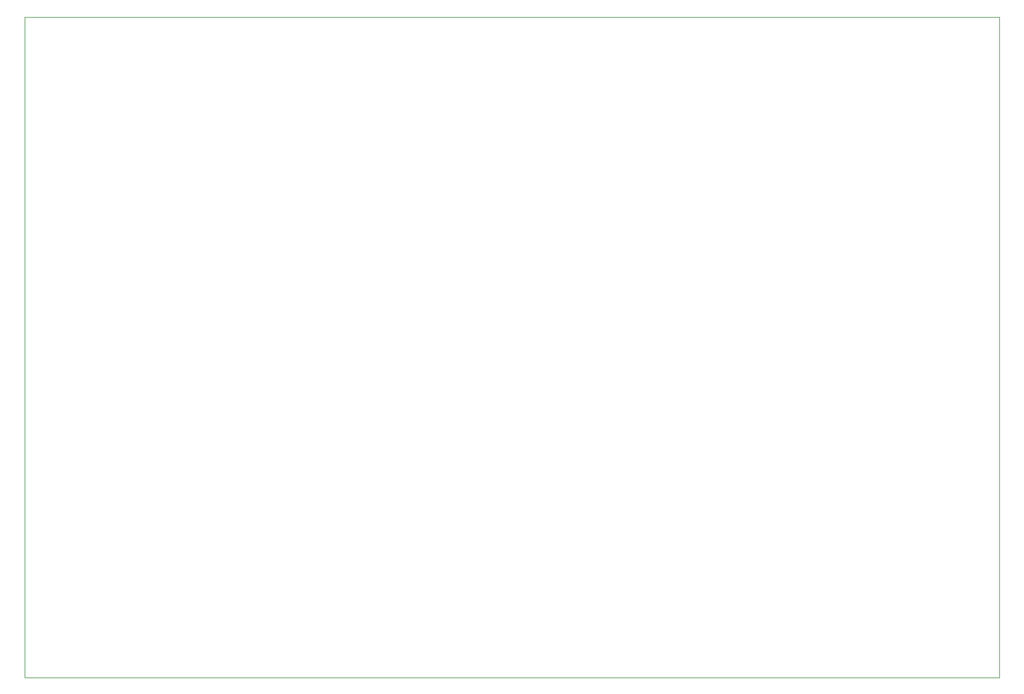
<source format=gm1>
G04 #@! TF.GenerationSoftware,KiCad,Pcbnew,7.0.7*
G04 #@! TF.CreationDate,2024-04-22T17:45:01+02:00*
G04 #@! TF.ProjectId,SE3-pad,5345332d-7061-4642-9e6b-696361645f70,rev?*
G04 #@! TF.SameCoordinates,Original*
G04 #@! TF.FileFunction,Profile,NP*
%FSLAX46Y46*%
G04 Gerber Fmt 4.6, Leading zero omitted, Abs format (unit mm)*
G04 Created by KiCad (PCBNEW 7.0.7) date 2024-04-22 17:45:01*
%MOMM*%
%LPD*%
G01*
G04 APERTURE LIST*
G04 #@! TA.AperFunction,Profile*
%ADD10C,0.050000*%
G04 #@! TD*
G04 APERTURE END LIST*
D10*
X59563000Y-44450000D02*
X200152000Y-44450000D01*
X200152000Y-139700000D01*
X59563000Y-139700000D01*
X59563000Y-44450000D01*
M02*

</source>
